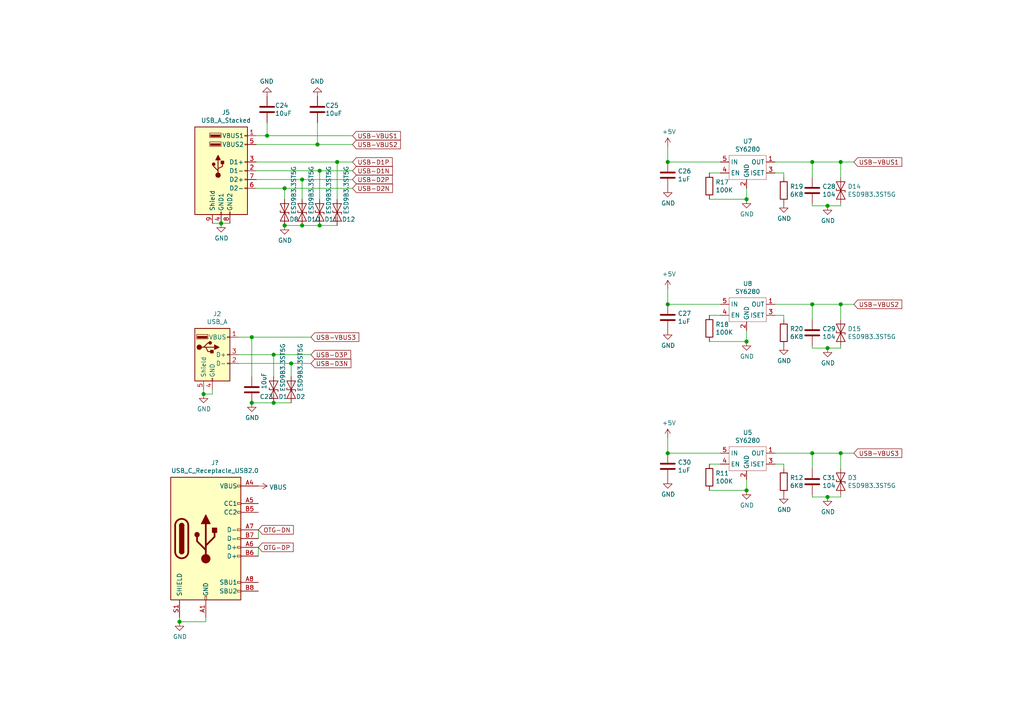
<source format=kicad_sch>
(kicad_sch (version 20210126) (generator eeschema)
  (paper "A4")
  (lib_symbols
    (symbol "Connector:USB_A" (pin_names (offset 1.016))
      (property "Reference" "J" (at -5.08 11.43 0))
      (property "Value" "USB_A" (at -5.08 8.89 0))
      (symbol "USB_A_0_1"
        (circle (center -3.81 2.159) (radius 0.635) (stroke (width 0.254)) (fill (type outline)))
        (circle (center -0.635 3.429) (radius 0.381) (stroke (width 0.254)) (fill (type outline)))
        (rectangle (start -1.27 4.572) (end -4.572 5.842))
        (rectangle (start -0.127 -7.62) (end 0.127 -6.858))
        (rectangle (start 5.08 -2.667) (end 4.318 -2.413))
        (rectangle (start 5.08 -0.127) (end 4.318 0.127))
        (rectangle (start 5.08 4.953) (end 4.318 5.207))
        (rectangle (start -1.524 4.826) (end -4.318 5.334) (fill (type outline)))
        (rectangle (start 0.254 1.27) (end -0.508 0.508) (stroke (width 0.254)) (fill (type outline)))
        (rectangle (start -5.08 -7.62) (end 5.08 7.62) (stroke (width 0.254)) (fill (type background)))
        (polyline (pts (xy -3.175 2.159) (xy -2.54 2.159) (xy -1.27 3.429) (xy -0.635 3.429)) (stroke (width 0.254)))
        (polyline (pts (xy -2.54 2.159) (xy -1.905 2.159) (xy -1.27 0.889) (xy 0 0.889)) (stroke (width 0.254)))
        (polyline (pts (xy 0.635 2.794) (xy 0.635 1.524) (xy 1.905 2.159) (xy 0.635 2.794)) (stroke (width 0.254)) (fill (type outline)))
      )
      (symbol "USB_A_1_1"
        (polyline (pts (xy -1.905 2.159) (xy 0.635 2.159)) (stroke (width 0.254)))
        (pin power_in line (at 7.62 5.08 180) (length 2.54) (name "VBUS") (number "1"))
        (pin bidirectional line (at 7.62 -2.54 180) (length 2.54) (name "D-") (number "2"))
        (pin bidirectional line (at 7.62 0 180) (length 2.54) (name "D+") (number "3"))
        (pin power_in line (at 0 -10.16 90) (length 2.54) (name "GND") (number "4"))
        (pin passive line (at -2.54 -10.16 90) (length 2.54) (name "Shield") (number "5"))
      )
    )
    (symbol "Connector:USB_A_Stacked" (pin_names (offset 1.016))
      (property "Reference" "J" (at 0 15.875 0))
      (property "Value" "USB_A_Stacked" (at 0 13.97 0))
      (symbol "USB_A_Stacked_0_1"
        (circle (center -2.159 1.905) (radius 0.381) (stroke (width 0.254)) (fill (type outline)))
        (circle (center -0.889 -1.27) (radius 0.635) (stroke (width 0.254)) (fill (type outline)))
        (rectangle (start -0.127 -12.7) (end 0.127 -11.938))
        (rectangle (start 0 7.112) (end -3.302 8.382))
        (rectangle (start 0 9.652) (end -3.302 10.922))
        (rectangle (start 2.413 -12.7) (end 2.667 -11.938))
        (rectangle (start 7.62 -5.207) (end 6.858 -4.953))
        (rectangle (start 7.62 -2.667) (end 6.858 -2.413))
        (rectangle (start 7.62 -0.127) (end 6.858 0.127))
        (rectangle (start 7.62 2.413) (end 6.858 2.667))
        (rectangle (start 7.62 7.493) (end 6.858 7.747))
        (rectangle (start 7.62 10.033) (end 6.858 10.287))
        (rectangle (start -0.254 7.366) (end -3.048 7.874) (fill (type outline)))
        (rectangle (start -0.254 9.906) (end -3.048 10.414) (fill (type outline)))
        (rectangle (start 0 2.794) (end 0.762 2.032) (stroke (width 0.254)) (fill (type outline)))
        (rectangle (start -7.62 12.7) (end 7.62 -12.7) (stroke (width 0.254)) (fill (type background)))
        (polyline (pts (xy -0.889 -0.635) (xy -0.889 0) (xy -2.159 1.27) (xy -2.159 1.905)) (stroke (width 0.254)))
        (polyline (pts (xy -0.889 0) (xy -0.889 0.635) (xy 0.381 1.27) (xy 0.381 2.54)) (stroke (width 0.254)))
        (polyline (pts (xy -1.524 3.175) (xy -0.254 3.175) (xy -0.889 4.445) (xy -1.524 3.175)) (stroke (width 0.254)) (fill (type outline)))
      )
      (symbol "USB_A_Stacked_1_1"
        (polyline (pts (xy -0.889 0.635) (xy -0.889 3.175)) (stroke (width 0.254)))
        (pin power_in line (at 10.16 10.16 180) (length 2.54) (name "VBUS1") (number "1"))
        (pin bidirectional line (at 10.16 0 180) (length 2.54) (name "D1-") (number "2"))
        (pin bidirectional line (at 10.16 2.54 180) (length 2.54) (name "D1+") (number "3"))
        (pin power_in line (at 0 -15.24 90) (length 2.54) (name "GND1") (number "4"))
        (pin power_in line (at 10.16 7.62 180) (length 2.54) (name "VBUS2") (number "5"))
        (pin bidirectional line (at 10.16 -5.08 180) (length 2.54) (name "D2-") (number "6"))
        (pin bidirectional line (at 10.16 -2.54 180) (length 2.54) (name "D2+") (number "7"))
        (pin power_in line (at 2.54 -15.24 90) (length 2.54) (name "GND2") (number "8"))
        (pin passive line (at -2.54 -15.24 90) (length 2.54) (name "Shield") (number "9"))
      )
    )
    (symbol "Connector:USB_C_Receptacle_USB2.0" (pin_names (offset 1.016))
      (property "Reference" "J" (at -10.16 19.05 0))
      (property "Value" "USB_C_Receptacle_USB2.0" (at 19.05 19.05 0))
      (symbol "USB_C_Receptacle_USB2.0_0_0"
        (rectangle (start -0.254 -17.78) (end 0.254 -16.764))
        (rectangle (start 10.16 -14.986) (end 9.144 -15.494))
        (rectangle (start 10.16 -12.446) (end 9.144 -12.954))
        (rectangle (start 10.16 -4.826) (end 9.144 -5.334))
        (rectangle (start 10.16 -2.286) (end 9.144 -2.794))
        (rectangle (start 10.16 0.254) (end 9.144 -0.254))
        (rectangle (start 10.16 2.794) (end 9.144 2.286))
        (rectangle (start 10.16 7.874) (end 9.144 7.366))
        (rectangle (start 10.16 10.414) (end 9.144 9.906))
        (rectangle (start 10.16 15.494) (end 9.144 14.986))
      )
      (symbol "USB_C_Receptacle_USB2.0_0_1"
        (arc (start -8.89 -3.81) (end -5.08 -3.81) (radius (at -6.985 -3.81) (length 1.905) (angles -179.9 -0.1)) (stroke (width 0.508)))
        (arc (start -7.62 -3.81) (end -6.35 -3.81) (radius (at -6.985 -3.81) (length 0.635) (angles -179.9 -0.1)) (stroke (width 0.254)))
        (arc (start -6.35 3.81) (end -7.62 3.81) (radius (at -6.985 3.81) (length 0.635) (angles 0.1 179.9)) (stroke (width 0.254)))
        (arc (start -5.08 3.81) (end -8.89 3.81) (radius (at -6.985 3.81) (length 1.905) (angles 0.1 179.9)) (stroke (width 0.508)))
        (arc (start -7.62 -3.81) (end -6.35 -3.81) (radius (at -6.985 -3.81) (length 0.635) (angles -179.9 -0.1)) (stroke (width 0.254)) (fill (type outline)))
        (arc (start -6.35 3.81) (end -7.62 3.81) (radius (at -6.985 3.81) (length 0.635) (angles 0.1 179.9)) (stroke (width 0.254)) (fill (type outline)))
        (circle (center -2.54 1.143) (radius 0.635) (stroke (width 0.254)) (fill (type outline)))
        (circle (center 0 -5.842) (radius 1.27) (fill (type outline)))
        (rectangle (start -7.62 -3.81) (end -6.35 3.81) (stroke (width 0.254)) (fill (type outline)))
        (rectangle (start 1.905 1.778) (end 3.175 3.048) (stroke (width 0.254)) (fill (type outline)))
        (rectangle (start -10.16 17.78) (end 10.16 -17.78) (stroke (width 0.254)) (fill (type background)))
        (polyline (pts (xy -8.89 -3.81) (xy -8.89 3.81)) (stroke (width 0.508)))
        (polyline (pts (xy -5.08 3.81) (xy -5.08 -3.81)) (stroke (width 0.508)))
        (polyline (pts (xy 0 -5.842) (xy 0 4.318)) (stroke (width 0.508)))
        (polyline (pts (xy 0 -3.302) (xy -2.54 -0.762) (xy -2.54 0.508)) (stroke (width 0.508)))
        (polyline (pts (xy 0 -2.032) (xy 2.54 0.508) (xy 2.54 1.778)) (stroke (width 0.508)))
        (polyline (pts (xy -1.27 4.318) (xy 0 6.858) (xy 1.27 4.318) (xy -1.27 4.318)) (stroke (width 0.254)) (fill (type outline)))
      )
      (symbol "USB_C_Receptacle_USB2.0_1_1"
        (pin passive line (at 0 -22.86 90) (length 5.08) (name "GND") (number "A1"))
        (pin passive line (at 0 -22.86 90) (length 5.08) hide (name "GND") (number "A12"))
        (pin passive line (at 15.24 15.24 180) (length 5.08) (name "VBUS") (number "A4"))
        (pin bidirectional line (at 15.24 10.16 180) (length 5.08) (name "CC1") (number "A5"))
        (pin bidirectional line (at 15.24 -2.54 180) (length 5.08) (name "D+") (number "A6"))
        (pin bidirectional line (at 15.24 2.54 180) (length 5.08) (name "D-") (number "A7"))
        (pin bidirectional line (at 15.24 -12.7 180) (length 5.08) (name "SBU1") (number "A8"))
        (pin passive line (at 15.24 15.24 180) (length 5.08) hide (name "VBUS") (number "A9"))
        (pin passive line (at 0 -22.86 90) (length 5.08) hide (name "GND") (number "B1"))
        (pin passive line (at 0 -22.86 90) (length 5.08) hide (name "GND") (number "B12"))
        (pin passive line (at 15.24 15.24 180) (length 5.08) hide (name "VBUS") (number "B4"))
        (pin bidirectional line (at 15.24 7.62 180) (length 5.08) (name "CC2") (number "B5"))
        (pin bidirectional line (at 15.24 -5.08 180) (length 5.08) (name "D+") (number "B6"))
        (pin bidirectional line (at 15.24 0 180) (length 5.08) (name "D-") (number "B7"))
        (pin bidirectional line (at 15.24 -15.24 180) (length 5.08) (name "SBU2") (number "B8"))
        (pin passive line (at 15.24 15.24 180) (length 5.08) hide (name "VBUS") (number "B9"))
        (pin passive line (at -7.62 -22.86 90) (length 5.08) (name "SHIELD") (number "S1"))
      )
    )
    (symbol "Device:C" (pin_numbers hide) (pin_names (offset 0.254))
      (property "Reference" "C" (at 0.635 2.54 0))
      (property "Value" "C" (at 0.635 -2.54 0))
      (symbol "C_0_1"
        (polyline (pts (xy -2.032 -0.762) (xy 2.032 -0.762)) (stroke (width 0.508)))
        (polyline (pts (xy -2.032 0.762) (xy 2.032 0.762)) (stroke (width 0.508)))
      )
      (symbol "C_1_1"
        (pin passive line (at 0 3.81 270) (length 2.794) (name "~") (number "1"))
        (pin passive line (at 0 -3.81 90) (length 2.794) (name "~") (number "2"))
      )
    )
    (symbol "Device:R" (pin_numbers hide) (pin_names (offset 0))
      (property "Reference" "R" (at 2.032 0 90))
      (property "Value" "R" (at 0 0 90))
      (symbol "R_0_1"
        (rectangle (start -1.016 -2.54) (end 1.016 2.54) (stroke (width 0.254)))
      )
      (symbol "R_1_1"
        (pin passive line (at 0 3.81 270) (length 1.27) (name "~") (number "1"))
        (pin passive line (at 0 -3.81 90) (length 1.27) (name "~") (number "2"))
      )
    )
    (symbol "Diode:ESD9B3.3ST5G" (pin_numbers hide) (pin_names (offset 1.016) hide)
      (property "Reference" "D" (at 0 2.54 0))
      (property "Value" "ESD9B3.3ST5G" (at 0 -2.54 0))
      (symbol "ESD9B3.3ST5G_0_1"
        (polyline (pts (xy 1.27 0) (xy -1.27 0)))
        (polyline (pts (xy -2.54 -1.27) (xy 0 0) (xy -2.54 1.27) (xy -2.54 -1.27)) (stroke (width 0.2032)))
        (polyline (pts (xy 0.508 1.27) (xy 0 1.27) (xy 0 -1.27) (xy -0.508 -1.27)) (stroke (width 0.2032)))
        (polyline (pts (xy 2.54 1.27) (xy 2.54 -1.27) (xy 0 0) (xy 2.54 1.27)) (stroke (width 0.2032)))
      )
      (symbol "ESD9B3.3ST5G_1_1"
        (pin passive line (at -3.81 0 0) (length 2.54) (name "A1") (number "1"))
        (pin passive line (at 3.81 0 180) (length 2.54) (name "A2") (number "2"))
      )
    )
    (symbol "SY6280:SY6280"
      (property "Reference" "U" (at 5.08 -4.445 0))
      (property "Value" "SY6280" (at 0.635 5.715 0))
      (symbol "SY6280_0_1"
        (rectangle (start -5.08 4.445) (end 5.715 -2.54) (stroke (width 0.0006)))
      )
      (symbol "SY6280_1_1"
        (pin input line (at 8.255 2.54 180) (length 2.54) (name "OUT") (number "1"))
        (pin input line (at 0 -5.08 90) (length 2.54) (name "GND") (number "2"))
        (pin input line (at 8.255 -0.635 180) (length 2.54) (name "ISET") (number "3"))
        (pin input line (at -7.62 -0.635 0) (length 2.54) (name "EN") (number "4"))
        (pin input line (at -7.62 2.54 0) (length 2.54) (name "IN") (number "5"))
      )
    )
    (symbol "power:+5V" (power) (pin_names (offset 0))
      (property "Value" "+5V" (at 0 3.556 0))
      (symbol "+5V_0_1"
        (polyline (pts (xy -0.762 1.27) (xy 0 2.54)))
        (polyline (pts (xy 0 0) (xy 0 2.54)))
        (polyline (pts (xy 0 2.54) (xy 0.762 1.27)))
      )
      (symbol "+5V_1_1"
        (pin power_in line (at 0 0 90) (length 0) hide (name "+5V") (number "1"))
      )
    )
    (symbol "power:GND" (power) (pin_names (offset 0))
      (property "Value" "GND" (at 0 -3.81 0))
      (symbol "GND_0_1"
        (polyline (pts (xy 0 0) (xy 0 -1.27) (xy 1.27 -1.27) (xy 0 -2.54) (xy -1.27 -1.27) (xy 0 -1.27)))
      )
      (symbol "GND_1_1"
        (pin power_in line (at 0 0 270) (length 0) hide (name "GND") (number "1"))
      )
    )
    (symbol "power:VBUS" (power) (pin_names (offset 0))
      (property "Value" "VBUS" (at 0 3.81 0))
      (symbol "VBUS_0_1"
        (polyline (pts (xy -0.762 1.27) (xy 0 2.54)))
        (polyline (pts (xy 0 0) (xy 0 2.54)))
        (polyline (pts (xy 0 2.54) (xy 0.762 1.27)))
      )
      (symbol "VBUS_1_1"
        (pin power_in line (at 0 0 90) (length 0) hide (name "VBUS") (number "1"))
      )
    )
  )
  (junction (at 52.07 180.34) (diameter 1.016))
  (junction (at 59.055 114.3) (diameter 1.016))
  (junction (at 64.135 64.77) (diameter 1.016))
  (junction (at 73.025 97.79) (diameter 1.016))
  (junction (at 73.025 116.84) (diameter 1.016))
  (junction (at 77.47 39.37) (diameter 1.016))
  (junction (at 79.375 102.87) (diameter 1.016))
  (junction (at 79.375 116.84) (diameter 1.016))
  (junction (at 82.55 54.61) (diameter 1.016))
  (junction (at 82.55 65.405) (diameter 1.016))
  (junction (at 84.455 105.41) (diameter 1.016))
  (junction (at 87.63 52.07) (diameter 1.016))
  (junction (at 87.63 65.405) (diameter 1.016))
  (junction (at 92.075 41.91) (diameter 1.016))
  (junction (at 92.71 49.53) (diameter 1.016))
  (junction (at 92.71 65.405) (diameter 1.016))
  (junction (at 97.79 46.99) (diameter 1.016))
  (junction (at 193.675 46.99) (diameter 1.016))
  (junction (at 193.675 88.265) (diameter 1.016))
  (junction (at 193.675 131.445) (diameter 1.016))
  (junction (at 216.535 57.785) (diameter 1.016))
  (junction (at 216.535 99.06) (diameter 1.016))
  (junction (at 216.535 142.24) (diameter 1.016))
  (junction (at 235.585 46.99) (diameter 1.016))
  (junction (at 235.585 88.265) (diameter 1.016))
  (junction (at 235.585 131.445) (diameter 1.016))
  (junction (at 240.03 59.69) (diameter 1.016))
  (junction (at 240.03 100.965) (diameter 1.016))
  (junction (at 240.03 144.145) (diameter 1.016))
  (junction (at 243.84 46.99) (diameter 1.016))
  (junction (at 243.84 88.265) (diameter 1.016))
  (junction (at 243.84 131.445) (diameter 1.016))
  (wire (pts (xy 52.07 179.07) (xy 52.07 180.34)))
  (wire (pts (xy 59.055 113.03) (xy 59.055 114.3)))
  (wire (pts (xy 59.69 179.07) (xy 59.69 180.34)))
  (wire (pts (xy 59.69 180.34) (xy 52.07 180.34)))
  (wire (pts (xy 61.595 64.77) (xy 64.135 64.77)))
  (wire (pts (xy 61.595 113.03) (xy 61.595 114.3)))
  (wire (pts (xy 61.595 114.3) (xy 59.055 114.3)))
  (wire (pts (xy 64.135 64.77) (xy 66.675 64.77)))
  (wire (pts (xy 69.215 97.79) (xy 73.025 97.79)))
  (wire (pts (xy 69.215 102.87) (xy 79.375 102.87)))
  (wire (pts (xy 69.215 105.41) (xy 84.455 105.41)))
  (wire (pts (xy 73.025 97.79) (xy 73.025 109.22)))
  (wire (pts (xy 73.025 97.79) (xy 90.17 97.79)))
  (wire (pts (xy 73.025 116.84) (xy 79.375 116.84)))
  (wire (pts (xy 74.295 39.37) (xy 77.47 39.37)))
  (wire (pts (xy 74.295 41.91) (xy 92.075 41.91)))
  (wire (pts (xy 74.295 46.99) (xy 97.79 46.99)))
  (wire (pts (xy 74.295 49.53) (xy 92.71 49.53)))
  (wire (pts (xy 74.295 52.07) (xy 87.63 52.07)))
  (wire (pts (xy 74.295 54.61) (xy 82.55 54.61)))
  (wire (pts (xy 74.93 153.67) (xy 74.93 156.21)))
  (wire (pts (xy 74.93 158.75) (xy 74.93 161.29)))
  (wire (pts (xy 77.47 35.56) (xy 77.47 39.37)))
  (wire (pts (xy 77.47 39.37) (xy 102.235 39.37)))
  (wire (pts (xy 79.375 102.87) (xy 79.375 109.22)))
  (wire (pts (xy 79.375 102.87) (xy 90.17 102.87)))
  (wire (pts (xy 79.375 116.84) (xy 84.455 116.84)))
  (wire (pts (xy 82.55 54.61) (xy 82.55 57.785)))
  (wire (pts (xy 82.55 54.61) (xy 102.235 54.61)))
  (wire (pts (xy 82.55 65.405) (xy 87.63 65.405)))
  (wire (pts (xy 84.455 105.41) (xy 84.455 109.22)))
  (wire (pts (xy 84.455 105.41) (xy 90.17 105.41)))
  (wire (pts (xy 87.63 52.07) (xy 87.63 57.785)))
  (wire (pts (xy 87.63 52.07) (xy 102.235 52.07)))
  (wire (pts (xy 87.63 65.405) (xy 92.71 65.405)))
  (wire (pts (xy 92.075 35.56) (xy 92.075 41.91)))
  (wire (pts (xy 92.075 41.91) (xy 102.235 41.91)))
  (wire (pts (xy 92.71 49.53) (xy 92.71 57.785)))
  (wire (pts (xy 92.71 49.53) (xy 102.235 49.53)))
  (wire (pts (xy 92.71 65.405) (xy 97.79 65.405)))
  (wire (pts (xy 97.79 46.99) (xy 97.79 57.785)))
  (wire (pts (xy 97.79 46.99) (xy 102.235 46.99)))
  (wire (pts (xy 193.675 42.545) (xy 193.675 46.99)))
  (wire (pts (xy 193.675 46.99) (xy 208.915 46.99)))
  (wire (pts (xy 193.675 83.82) (xy 193.675 88.265)))
  (wire (pts (xy 193.675 88.265) (xy 208.915 88.265)))
  (wire (pts (xy 193.675 127) (xy 193.675 131.445)))
  (wire (pts (xy 193.675 131.445) (xy 208.915 131.445)))
  (wire (pts (xy 205.74 50.165) (xy 208.915 50.165)))
  (wire (pts (xy 205.74 57.785) (xy 216.535 57.785)))
  (wire (pts (xy 205.74 91.44) (xy 208.915 91.44)))
  (wire (pts (xy 205.74 99.06) (xy 216.535 99.06)))
  (wire (pts (xy 205.74 134.62) (xy 208.915 134.62)))
  (wire (pts (xy 205.74 142.24) (xy 216.535 142.24)))
  (wire (pts (xy 216.535 54.61) (xy 216.535 57.785)))
  (wire (pts (xy 216.535 95.885) (xy 216.535 99.06)))
  (wire (pts (xy 216.535 139.065) (xy 216.535 142.24)))
  (wire (pts (xy 224.79 46.99) (xy 235.585 46.99)))
  (wire (pts (xy 224.79 50.165) (xy 227.33 50.165)))
  (wire (pts (xy 224.79 88.265) (xy 235.585 88.265)))
  (wire (pts (xy 224.79 91.44) (xy 227.33 91.44)))
  (wire (pts (xy 224.79 131.445) (xy 235.585 131.445)))
  (wire (pts (xy 224.79 134.62) (xy 227.33 134.62)))
  (wire (pts (xy 227.33 50.165) (xy 227.33 51.435)))
  (wire (pts (xy 227.33 91.44) (xy 227.33 92.71)))
  (wire (pts (xy 227.33 134.62) (xy 227.33 135.89)))
  (wire (pts (xy 235.585 46.99) (xy 235.585 51.435)))
  (wire (pts (xy 235.585 46.99) (xy 243.84 46.99)))
  (wire (pts (xy 235.585 59.055) (xy 235.585 59.69)))
  (wire (pts (xy 235.585 59.69) (xy 240.03 59.69)))
  (wire (pts (xy 235.585 88.265) (xy 235.585 92.71)))
  (wire (pts (xy 235.585 88.265) (xy 243.84 88.265)))
  (wire (pts (xy 235.585 100.33) (xy 235.585 100.965)))
  (wire (pts (xy 235.585 100.965) (xy 240.03 100.965)))
  (wire (pts (xy 235.585 131.445) (xy 235.585 135.89)))
  (wire (pts (xy 235.585 131.445) (xy 243.84 131.445)))
  (wire (pts (xy 235.585 143.51) (xy 235.585 144.145)))
  (wire (pts (xy 235.585 144.145) (xy 240.03 144.145)))
  (wire (pts (xy 240.03 59.69) (xy 243.84 59.69)))
  (wire (pts (xy 240.03 100.965) (xy 243.84 100.965)))
  (wire (pts (xy 240.03 144.145) (xy 243.84 144.145)))
  (wire (pts (xy 243.84 46.99) (xy 243.84 51.435)))
  (wire (pts (xy 243.84 46.99) (xy 247.65 46.99)))
  (wire (pts (xy 243.84 59.69) (xy 243.84 59.055)))
  (wire (pts (xy 243.84 88.265) (xy 243.84 92.71)))
  (wire (pts (xy 243.84 88.265) (xy 247.65 88.265)))
  (wire (pts (xy 243.84 100.965) (xy 243.84 100.33)))
  (wire (pts (xy 243.84 131.445) (xy 243.84 135.89)))
  (wire (pts (xy 243.84 131.445) (xy 247.65 131.445)))
  (wire (pts (xy 243.84 144.145) (xy 243.84 143.51)))
  (global_label "OTG-DN" (shape input) (at 74.93 153.67 0) (property "Intersheet References" "${INTERSHEET_REFS}" (effects hide)))
  (global_label "OTG-DP" (shape input) (at 74.93 158.75 0) (property "Intersheet References" "${INTERSHEET_REFS}" (effects hide)))
  (global_label "USB-VBUS3" (shape input) (at 90.17 97.79 0) (property "Intersheet References" "${INTERSHEET_REFS}" (effects hide)))
  (global_label "USB-D3P" (shape input) (at 90.17 102.87 0) (property "Intersheet References" "${INTERSHEET_REFS}" (effects hide)))
  (global_label "USB-D3N" (shape input) (at 90.17 105.41 0) (property "Intersheet References" "${INTERSHEET_REFS}" (effects hide)))
  (global_label "USB-VBUS1" (shape input) (at 102.235 39.37 0) (property "Intersheet References" "${INTERSHEET_REFS}" (effects hide)))
  (global_label "USB-VBUS2" (shape input) (at 102.235 41.91 0) (property "Intersheet References" "${INTERSHEET_REFS}" (effects hide)))
  (global_label "USB-D1P" (shape input) (at 102.235 46.99 0) (property "Intersheet References" "${INTERSHEET_REFS}" (effects hide)))
  (global_label "USB-D1N" (shape input) (at 102.235 49.53 0) (property "Intersheet References" "${INTERSHEET_REFS}" (effects hide)))
  (global_label "USB-D2P" (shape input) (at 102.235 52.07 0) (property "Intersheet References" "${INTERSHEET_REFS}" (effects hide)))
  (global_label "USB-D2N" (shape input) (at 102.235 54.61 0) (property "Intersheet References" "${INTERSHEET_REFS}" (effects hide)))
  (global_label "USB-VBUS1" (shape input) (at 247.65 46.99 0) (property "Intersheet References" "${INTERSHEET_REFS}" (effects hide)))
  (global_label "USB-VBUS2" (shape input) (at 247.65 88.265 0) (property "Intersheet References" "${INTERSHEET_REFS}" (effects hide)))
  (global_label "USB-VBUS3" (shape input) (at 247.65 131.445 0) (property "Intersheet References" "${INTERSHEET_REFS}" (effects hide)))
  (symbol (lib_id "power:VBUS") (at 74.93 140.97 270) (unit 1)
    (property "Reference" "#PWR?" (effects hide))
    (property "Value" "VBUS" (at 78.1051 141.3383 90) (effects (justify left)))
  )
  (symbol (lib_id "power:+5V") (at 193.675 42.545 0) (unit 1)
    (property "Reference" "#PWR0139" (effects hide))
    (property "Value" "+5V" (at 194.0433 38.2206 0))
  )
  (symbol (lib_id "power:+5V") (at 193.675 83.82 0) (unit 1)
    (property "Reference" "#PWR0137" (effects hide))
    (property "Value" "+5V" (at 194.0433 79.4956 0))
  )
  (symbol (lib_id "power:+5V") (at 193.675 127 0) (unit 1)
    (property "Reference" "#PWR0126" (effects hide))
    (property "Value" "+5V" (at 194.0433 122.6756 0))
  )
  (symbol (lib_id "power:GND") (at 52.07 180.34 0) (unit 1)
    (property "Reference" "#PWR?" (effects hide))
    (property "Value" "GND" (at 52.1843 184.6644 0))
  )
  (symbol (lib_id "power:GND") (at 59.055 114.3 0) (unit 1)
    (property "Reference" "#PWR0150" (effects hide))
    (property "Value" "GND" (at 59.1693 118.6244 0))
  )
  (symbol (lib_id "power:GND") (at 64.135 64.77 0) (unit 1)
    (property "Reference" "#PWR0135" (effects hide))
    (property "Value" "GND" (at 64.2493 69.0944 0))
  )
  (symbol (lib_id "power:GND") (at 73.025 116.84 0) (unit 1)
    (property "Reference" "#PWR0149" (effects hide))
    (property "Value" "GND" (at 73.1393 121.1644 0))
  )
  (symbol (lib_id "power:GND") (at 77.47 27.94 180) (unit 1)
    (property "Reference" "#PWR0146" (effects hide))
    (property "Value" "GND" (at 77.3557 23.6156 0))
  )
  (symbol (lib_id "power:GND") (at 82.55 65.405 0) (unit 1)
    (property "Reference" "#PWR0134" (effects hide))
    (property "Value" "GND" (at 82.6643 69.7294 0))
  )
  (symbol (lib_id "power:GND") (at 92.075 27.94 180) (unit 1)
    (property "Reference" "#PWR0147" (effects hide))
    (property "Value" "GND" (at 91.9607 23.6156 0))
  )
  (symbol (lib_id "power:GND") (at 193.675 54.61 0) (unit 1)
    (property "Reference" "#PWR0136" (effects hide))
    (property "Value" "GND" (at 193.7893 58.9344 0))
  )
  (symbol (lib_id "power:GND") (at 193.675 95.885 0) (unit 1)
    (property "Reference" "#PWR0138" (effects hide))
    (property "Value" "GND" (at 193.7893 100.2094 0))
  )
  (symbol (lib_id "power:GND") (at 193.675 139.065 0) (unit 1)
    (property "Reference" "#PWR0125" (effects hide))
    (property "Value" "GND" (at 193.7893 143.3894 0))
  )
  (symbol (lib_id "power:GND") (at 216.535 57.785 0) (unit 1)
    (property "Reference" "#PWR0140" (effects hide))
    (property "Value" "GND" (at 216.6493 62.1094 0))
  )
  (symbol (lib_id "power:GND") (at 216.535 99.06 0) (unit 1)
    (property "Reference" "#PWR0145" (effects hide))
    (property "Value" "GND" (at 216.6493 103.3844 0))
  )
  (symbol (lib_id "power:GND") (at 216.535 142.24 0) (unit 1)
    (property "Reference" "#PWR0133" (effects hide))
    (property "Value" "GND" (at 216.6493 146.5644 0))
  )
  (symbol (lib_id "power:GND") (at 227.33 59.055 0) (unit 1)
    (property "Reference" "#PWR0141" (effects hide))
    (property "Value" "GND" (at 227.4443 63.3794 0))
  )
  (symbol (lib_id "power:GND") (at 227.33 100.33 0) (unit 1)
    (property "Reference" "#PWR0144" (effects hide))
    (property "Value" "GND" (at 227.4443 104.6544 0))
  )
  (symbol (lib_id "power:GND") (at 227.33 143.51 0) (unit 1)
    (property "Reference" "#PWR0132" (effects hide))
    (property "Value" "GND" (at 227.4443 147.8344 0))
  )
  (symbol (lib_id "power:GND") (at 240.03 59.69 0) (unit 1)
    (property "Reference" "#PWR0142" (effects hide))
    (property "Value" "GND" (at 240.1443 64.0144 0))
  )
  (symbol (lib_id "power:GND") (at 240.03 100.965 0) (unit 1)
    (property "Reference" "#PWR0143" (effects hide))
    (property "Value" "GND" (at 240.1443 105.2894 0))
  )
  (symbol (lib_id "power:GND") (at 240.03 144.145 0) (unit 1)
    (property "Reference" "#PWR0148" (effects hide))
    (property "Value" "GND" (at 240.1443 148.4694 0))
  )
  (symbol (lib_id "Device:R") (at 205.74 53.975 0) (unit 1)
    (property "Reference" "R17" (at 207.5181 52.8256 0) (effects (justify left)))
    (property "Value" "100K" (at 207.518 55.124 0) (effects (justify left)))
    (property "Footprint" "Resistor_SMD:R_0402_1005Metric" (effects hide))
  )
  (symbol (lib_id "Device:R") (at 205.74 95.25 0) (unit 1)
    (property "Reference" "R18" (at 207.5181 94.1006 0) (effects (justify left)))
    (property "Value" "100K" (at 207.518 96.399 0) (effects (justify left)))
    (property "Footprint" "Resistor_SMD:R_0402_1005Metric" (effects hide))
  )
  (symbol (lib_id "Device:R") (at 205.74 138.43 0) (unit 1)
    (property "Reference" "R11" (at 207.5181 137.2806 0) (effects (justify left)))
    (property "Value" "100K" (at 207.518 139.579 0) (effects (justify left)))
    (property "Footprint" "Resistor_SMD:R_0402_1005Metric" (effects hide))
  )
  (symbol (lib_id "Device:R") (at 227.33 55.245 0) (unit 1)
    (property "Reference" "R19" (at 229.1081 54.0956 0) (effects (justify left)))
    (property "Value" "6K8" (at 229.108 56.394 0) (effects (justify left)))
    (property "Footprint" "Resistor_SMD:R_0402_1005Metric" (effects hide))
  )
  (symbol (lib_id "Device:R") (at 227.33 96.52 0) (unit 1)
    (property "Reference" "R20" (at 229.1081 95.3706 0) (effects (justify left)))
    (property "Value" "6K8" (at 229.108 97.669 0) (effects (justify left)))
    (property "Footprint" "Resistor_SMD:R_0402_1005Metric" (effects hide))
  )
  (symbol (lib_id "Device:R") (at 227.33 139.7 0) (unit 1)
    (property "Reference" "R12" (at 229.1081 138.5506 0) (effects (justify left)))
    (property "Value" "6K8" (at 229.108 140.849 0) (effects (justify left)))
    (property "Footprint" "Resistor_SMD:R_0402_1005Metric" (effects hide))
  )
  (symbol (lib_id "Diode:ESD9B3.3ST5G") (at 79.375 113.03 90) (unit 1)
    (property "Reference" "D1" (at 80.7467 115.0556 90) (effects (justify right)))
    (property "Value" "ESD9B3.3ST5G" (at 82.0167 99.5743 0) (effects (justify right)))
    (property "Footprint" "Diode_SMD:D_SOD-923" (effects hide))
    (property "Datasheet" "https://www.onsemi.com/pub/Collateral/ESD9B-D.PDF" (effects hide))
  )
  (symbol (lib_id "Diode:ESD9B3.3ST5G") (at 82.55 61.595 90) (unit 1)
    (property "Reference" "D8" (at 83.9217 63.6206 90) (effects (justify right)))
    (property "Value" "ESD9B3.3ST5G" (at 85.1917 48.1393 0) (effects (justify right)))
    (property "Footprint" "Diode_SMD:D_SOD-923" (effects hide))
    (property "Datasheet" "https://www.onsemi.com/pub/Collateral/ESD9B-D.PDF" (effects hide))
  )
  (symbol (lib_id "Diode:ESD9B3.3ST5G") (at 84.455 113.03 90) (unit 1)
    (property "Reference" "D2" (at 85.8267 115.0556 90) (effects (justify right)))
    (property "Value" "ESD9B3.3ST5G" (at 87.0967 99.5743 0) (effects (justify right)))
    (property "Footprint" "Diode_SMD:D_SOD-923" (effects hide))
    (property "Datasheet" "https://www.onsemi.com/pub/Collateral/ESD9B-D.PDF" (effects hide))
  )
  (symbol (lib_id "Diode:ESD9B3.3ST5G") (at 87.63 61.595 90) (unit 1)
    (property "Reference" "D10" (at 89.0017 63.6206 90) (effects (justify right)))
    (property "Value" "ESD9B3.3ST5G" (at 90.2717 48.1393 0) (effects (justify right)))
    (property "Footprint" "Diode_SMD:D_SOD-923" (effects hide))
    (property "Datasheet" "https://www.onsemi.com/pub/Collateral/ESD9B-D.PDF" (effects hide))
  )
  (symbol (lib_id "Diode:ESD9B3.3ST5G") (at 92.71 61.595 90) (unit 1)
    (property "Reference" "D11" (at 94.0817 63.6206 90) (effects (justify right)))
    (property "Value" "ESD9B3.3ST5G" (at 95.3517 48.1393 0) (effects (justify right)))
    (property "Footprint" "Diode_SMD:D_SOD-923" (effects hide))
    (property "Datasheet" "https://www.onsemi.com/pub/Collateral/ESD9B-D.PDF" (effects hide))
  )
  (symbol (lib_id "Diode:ESD9B3.3ST5G") (at 97.79 61.595 90) (unit 1)
    (property "Reference" "D12" (at 99.1617 63.6206 90) (effects (justify right)))
    (property "Value" "ESD9B3.3ST5G" (at 100.4317 48.1393 0) (effects (justify right)))
    (property "Footprint" "Diode_SMD:D_SOD-923" (effects hide))
    (property "Datasheet" "https://www.onsemi.com/pub/Collateral/ESD9B-D.PDF" (effects hide))
  )
  (symbol (lib_id "Diode:ESD9B3.3ST5G") (at 243.84 55.245 90) (unit 1)
    (property "Reference" "D14" (at 245.8467 54.0956 90) (effects (justify right)))
    (property "Value" "ESD9B3.3ST5G" (at 245.8467 56.3943 90) (effects (justify right)))
    (property "Footprint" "Diode_SMD:D_SOD-923" (effects hide))
    (property "Datasheet" "https://www.onsemi.com/pub/Collateral/ESD9B-D.PDF" (effects hide))
  )
  (symbol (lib_id "Diode:ESD9B3.3ST5G") (at 243.84 96.52 90) (unit 1)
    (property "Reference" "D15" (at 245.8467 95.3706 90) (effects (justify right)))
    (property "Value" "ESD9B3.3ST5G" (at 245.8467 97.6693 90) (effects (justify right)))
    (property "Footprint" "Diode_SMD:D_SOD-923" (effects hide))
    (property "Datasheet" "https://www.onsemi.com/pub/Collateral/ESD9B-D.PDF" (effects hide))
  )
  (symbol (lib_id "Diode:ESD9B3.3ST5G") (at 243.84 139.7 90) (unit 1)
    (property "Reference" "D3" (at 245.8467 138.5506 90) (effects (justify right)))
    (property "Value" "ESD9B3.3ST5G" (at 245.8467 140.8493 90) (effects (justify right)))
    (property "Footprint" "Diode_SMD:D_SOD-923" (effects hide))
    (property "Datasheet" "https://www.onsemi.com/pub/Collateral/ESD9B-D.PDF" (effects hide))
  )
  (symbol (lib_id "Device:C") (at 73.025 113.03 0) (unit 1)
    (property "Reference" "C23" (at 75.3111 115.0556 0) (effects (justify left)))
    (property "Value" "10uF" (at 76.581 112.909 90) (effects (justify left)))
    (property "Footprint" "Capacitor_SMD:C_0603_1608Metric" (effects hide))
  )
  (symbol (lib_id "Device:C") (at 77.47 31.75 0) (unit 1)
    (property "Reference" "C24" (at 79.7561 30.6006 0) (effects (justify left)))
    (property "Value" "10uF" (at 79.756 32.899 0) (effects (justify left)))
    (property "Footprint" "Capacitor_SMD:C_0603_1608Metric" (effects hide))
  )
  (symbol (lib_id "Device:C") (at 92.075 31.75 0) (unit 1)
    (property "Reference" "C25" (at 94.3611 30.6006 0) (effects (justify left)))
    (property "Value" "10uF" (at 94.361 32.899 0) (effects (justify left)))
    (property "Footprint" "Capacitor_SMD:C_0603_1608Metric" (effects hide))
  )
  (symbol (lib_id "Device:C") (at 193.675 50.8 0) (unit 1)
    (property "Reference" "C26" (at 196.5961 49.6506 0) (effects (justify left)))
    (property "Value" "1uF" (at 196.596 51.949 0) (effects (justify left)))
    (property "Footprint" "Capacitor_SMD:C_0402_1005Metric" (effects hide))
  )
  (symbol (lib_id "Device:C") (at 193.675 92.075 0) (unit 1)
    (property "Reference" "C27" (at 196.5961 90.9256 0) (effects (justify left)))
    (property "Value" "1uF" (at 196.596 93.224 0) (effects (justify left)))
    (property "Footprint" "Capacitor_SMD:C_0402_1005Metric" (effects hide))
  )
  (symbol (lib_id "Device:C") (at 193.675 135.255 0) (unit 1)
    (property "Reference" "C30" (at 196.5961 134.1056 0) (effects (justify left)))
    (property "Value" "1uF" (at 196.596 136.404 0) (effects (justify left)))
    (property "Footprint" "Capacitor_SMD:C_0402_1005Metric" (effects hide))
  )
  (symbol (lib_id "Device:C") (at 235.585 55.245 0) (unit 1)
    (property "Reference" "C28" (at 238.5061 54.0956 0) (effects (justify left)))
    (property "Value" "104" (at 238.506 56.394 0) (effects (justify left)))
    (property "Footprint" "Capacitor_SMD:C_0402_1005Metric" (effects hide))
  )
  (symbol (lib_id "Device:C") (at 235.585 96.52 0) (unit 1)
    (property "Reference" "C29" (at 238.5061 95.3706 0) (effects (justify left)))
    (property "Value" "104" (at 238.506 97.669 0) (effects (justify left)))
    (property "Footprint" "Capacitor_SMD:C_0402_1005Metric" (effects hide))
  )
  (symbol (lib_id "Device:C") (at 235.585 139.7 0) (unit 1)
    (property "Reference" "C31" (at 238.5061 138.5506 0) (effects (justify left)))
    (property "Value" "104" (at 238.506 140.849 0) (effects (justify left)))
    (property "Footprint" "Capacitor_SMD:C_0402_1005Metric" (effects hide))
  )
  (symbol (lib_id "SY6280:SY6280") (at 216.535 49.53 0) (unit 1)
    (property "Reference" "U7" (at 216.8525 41.0015 0))
    (property "Value" "SY6280" (at 216.8525 43.3002 0))
    (property "Footprint" "Package_TO_SOT_SMD:SOT-23-5" (effects hide))
  )
  (symbol (lib_id "SY6280:SY6280") (at 216.535 90.805 0) (unit 1)
    (property "Reference" "U8" (at 216.8525 82.2765 0))
    (property "Value" "SY6280" (at 216.8525 84.5752 0))
    (property "Footprint" "Package_TO_SOT_SMD:SOT-23-5" (effects hide))
  )
  (symbol (lib_id "SY6280:SY6280") (at 216.535 133.985 0) (unit 1)
    (property "Reference" "U5" (at 216.8525 125.4565 0))
    (property "Value" "SY6280" (at 216.8525 127.7552 0))
    (property "Footprint" "Package_TO_SOT_SMD:SOT-23-5" (effects hide))
  )
  (symbol (lib_id "Connector:USB_A") (at 61.595 102.87 0) (unit 1)
    (property "Reference" "J2" (at 62.992 91.0398 0))
    (property "Value" "USB_A" (at 62.992 93.3385 0))
    (property "Footprint" "Connector_USB:USB_A_Wuerth_614004134726_Horizontal" (effects hide))
    (property "Datasheet" " ~" (effects hide))
  )
  (symbol (lib_id "Connector:USB_A_Stacked") (at 64.135 49.53 0) (unit 1)
    (property "Reference" "J5" (at 65.532 32.6198 0))
    (property "Value" "USB_A_Stacked" (at 65.532 34.9185 0))
    (property "Footprint" "Connector_USB:USB_A_Wuerth_61400826021_Horizontal_Stacked" (effects hide))
    (property "Datasheet" " ~" (effects hide))
  )
  (symbol (lib_id "Connector:USB_C_Receptacle_USB2.0") (at 59.69 156.21 0) (unit 1)
    (property "Reference" "J?" (at 62.357 134.2198 0))
    (property "Value" "USB_C_Receptacle_USB2.0" (at 62.357 136.5185 0))
    (property "Footprint" "Connector_USB:USB_C_Receptacle_HRO_TYPE-C-31-M-12" (effects hide))
    (property "Datasheet" "https://www.usb.org/sites/default/files/documents/usb_type-c.zip" (effects hide))
  )
)
</source>
